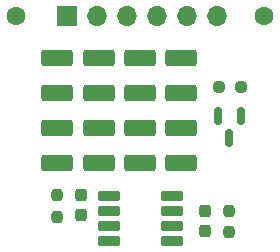
<source format=gbr>
%TF.GenerationSoftware,KiCad,Pcbnew,8.0.2-8.0.2-0~ubuntu22.04.1*%
%TF.CreationDate,2024-05-15T17:42:07+09:00*%
%TF.ProjectId,sensor_emitter_board,73656e73-6f72-45f6-956d-69747465725f,rev?*%
%TF.SameCoordinates,Original*%
%TF.FileFunction,Soldermask,Top*%
%TF.FilePolarity,Negative*%
%FSLAX46Y46*%
G04 Gerber Fmt 4.6, Leading zero omitted, Abs format (unit mm)*
G04 Created by KiCad (PCBNEW 8.0.2-8.0.2-0~ubuntu22.04.1) date 2024-05-15 17:42:07*
%MOMM*%
%LPD*%
G01*
G04 APERTURE LIST*
G04 Aperture macros list*
%AMRoundRect*
0 Rectangle with rounded corners*
0 $1 Rounding radius*
0 $2 $3 $4 $5 $6 $7 $8 $9 X,Y pos of 4 corners*
0 Add a 4 corners polygon primitive as box body*
4,1,4,$2,$3,$4,$5,$6,$7,$8,$9,$2,$3,0*
0 Add four circle primitives for the rounded corners*
1,1,$1+$1,$2,$3*
1,1,$1+$1,$4,$5*
1,1,$1+$1,$6,$7*
1,1,$1+$1,$8,$9*
0 Add four rect primitives between the rounded corners*
20,1,$1+$1,$2,$3,$4,$5,0*
20,1,$1+$1,$4,$5,$6,$7,0*
20,1,$1+$1,$6,$7,$8,$9,0*
20,1,$1+$1,$8,$9,$2,$3,0*%
G04 Aperture macros list end*
%ADD10RoundRect,0.237500X0.250000X0.237500X-0.250000X0.237500X-0.250000X-0.237500X0.250000X-0.237500X0*%
%ADD11RoundRect,0.250001X1.074999X-0.462499X1.074999X0.462499X-1.074999X0.462499X-1.074999X-0.462499X0*%
%ADD12RoundRect,0.250001X-1.074999X0.462499X-1.074999X-0.462499X1.074999X-0.462499X1.074999X0.462499X0*%
%ADD13RoundRect,0.150000X-0.150000X0.587500X-0.150000X-0.587500X0.150000X-0.587500X0.150000X0.587500X0*%
%ADD14RoundRect,0.237500X-0.237500X0.300000X-0.237500X-0.300000X0.237500X-0.300000X0.237500X0.300000X0*%
%ADD15C,1.600000*%
%ADD16RoundRect,0.237500X0.237500X-0.300000X0.237500X0.300000X-0.237500X0.300000X-0.237500X-0.300000X0*%
%ADD17RoundRect,0.237500X0.237500X-0.250000X0.237500X0.250000X-0.237500X0.250000X-0.237500X-0.250000X0*%
%ADD18RoundRect,0.056280X-0.835720X-0.345720X0.835720X-0.345720X0.835720X0.345720X-0.835720X0.345720X0*%
%ADD19R,1.700000X1.700000*%
%ADD20O,1.700000X1.700000*%
%ADD21RoundRect,0.237500X-0.237500X0.250000X-0.237500X-0.250000X0.237500X-0.250000X0.237500X0.250000X0*%
G04 APERTURE END LIST*
D10*
%TO.C,R1*%
X113000000Y-93500000D03*
X111175000Y-93500000D03*
%TD*%
D11*
%TO.C,D6*%
X101000000Y-94000000D03*
X101000000Y-91025000D03*
%TD*%
%TO.C,D7*%
X104500000Y-94000000D03*
X104500000Y-91025000D03*
%TD*%
%TO.C,D5*%
X97500000Y-94000000D03*
X97500000Y-91025000D03*
%TD*%
D12*
%TO.C,D1*%
X108000000Y-97000000D03*
X108000000Y-99975000D03*
%TD*%
D13*
%TO.C,Q1*%
X113000000Y-96000000D03*
X111100000Y-96000000D03*
X112050000Y-97875000D03*
%TD*%
D14*
%TO.C,C4*%
X99500000Y-102675000D03*
X99500000Y-104400000D03*
%TD*%
D15*
%TO.C,H3*%
X94000000Y-87500000D03*
%TD*%
D16*
%TO.C,C3*%
X110000000Y-105725000D03*
X110000000Y-104000000D03*
%TD*%
D12*
%TO.C,D4*%
X97500000Y-97000000D03*
X97500000Y-99975000D03*
%TD*%
D17*
%TO.C,R3*%
X97500000Y-104500000D03*
X97500000Y-102675000D03*
%TD*%
D12*
%TO.C,D2*%
X104500000Y-97000000D03*
X104500000Y-99975000D03*
%TD*%
D18*
%TO.C,U4*%
X101830000Y-102770000D03*
X101830000Y-104040000D03*
X101830000Y-105310000D03*
X101830000Y-106580000D03*
X107170000Y-106580000D03*
X107170000Y-105310000D03*
X107170000Y-104040000D03*
X107170000Y-102770000D03*
%TD*%
D19*
%TO.C,J2*%
X98300000Y-87500000D03*
D20*
X100840000Y-87500000D03*
X103380000Y-87500000D03*
X105920000Y-87500000D03*
X108460000Y-87500000D03*
X111000000Y-87500000D03*
%TD*%
D11*
%TO.C,D8*%
X108000000Y-94000000D03*
X108000000Y-91025000D03*
%TD*%
D12*
%TO.C,D3*%
X101000000Y-97000000D03*
X101000000Y-99975000D03*
%TD*%
D21*
%TO.C,R2*%
X112000000Y-104000000D03*
X112000000Y-105825000D03*
%TD*%
D15*
%TO.C,H4*%
X115000000Y-87500000D03*
%TD*%
M02*

</source>
